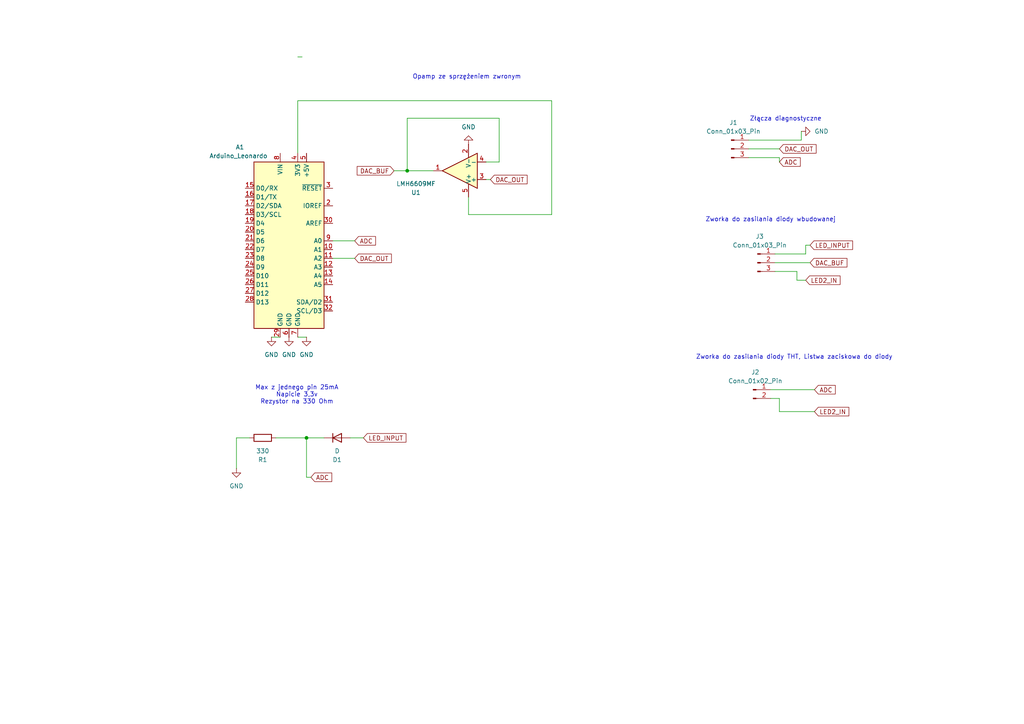
<source format=kicad_sch>
(kicad_sch
	(version 20231120)
	(generator "eeschema")
	(generator_version "8.0")
	(uuid "b1606717-19ae-4510-ae31-b246e5a4d352")
	(paper "A4")
	(lib_symbols
		(symbol "Amplifier_Operational:LMH6609MF"
			(pin_names
				(offset 0.127)
			)
			(exclude_from_sim no)
			(in_bom yes)
			(on_board yes)
			(property "Reference" "U"
				(at -1.27 6.35 0)
				(effects
					(font
						(size 1.27 1.27)
					)
					(justify left)
				)
			)
			(property "Value" "LMH6609MF"
				(at -1.27 3.81 0)
				(effects
					(font
						(size 1.27 1.27)
					)
					(justify left)
				)
			)
			(property "Footprint" "Package_TO_SOT_SMD:SOT-23-5"
				(at -2.54 -5.08 0)
				(effects
					(font
						(size 1.27 1.27)
					)
					(justify left)
					(hide yes)
				)
			)
			(property "Datasheet" "http://www.ti.com/lit/ds/symlink/lmh6609.pdf"
				(at 0 5.08 0)
				(effects
					(font
						(size 1.27 1.27)
					)
					(hide yes)
				)
			)
			(property "Description" "900MHz Voltage Feedback Op Amp, SOT-23-5"
				(at 0 0 0)
				(effects
					(font
						(size 1.27 1.27)
					)
					(hide yes)
				)
			)
			(property "ki_keywords" "opamp single wideband unity-gain stable"
				(at 0 0 0)
				(effects
					(font
						(size 1.27 1.27)
					)
					(hide yes)
				)
			)
			(property "ki_fp_filters" "SOT?23*"
				(at 0 0 0)
				(effects
					(font
						(size 1.27 1.27)
					)
					(hide yes)
				)
			)
			(symbol "LMH6609MF_0_1"
				(polyline
					(pts
						(xy -5.08 5.08) (xy 5.08 0) (xy -5.08 -5.08) (xy -5.08 5.08)
					)
					(stroke
						(width 0.254)
						(type default)
					)
					(fill
						(type background)
					)
				)
				(pin power_in line
					(at -2.54 -7.62 90)
					(length 3.81)
					(name "V-"
						(effects
							(font
								(size 1.27 1.27)
							)
						)
					)
					(number "2"
						(effects
							(font
								(size 1.27 1.27)
							)
						)
					)
				)
				(pin power_in line
					(at -2.54 7.62 270)
					(length 3.81)
					(name "V+"
						(effects
							(font
								(size 1.27 1.27)
							)
						)
					)
					(number "5"
						(effects
							(font
								(size 1.27 1.27)
							)
						)
					)
				)
			)
			(symbol "LMH6609MF_1_1"
				(pin output line
					(at 7.62 0 180)
					(length 2.54)
					(name "~"
						(effects
							(font
								(size 1.27 1.27)
							)
						)
					)
					(number "1"
						(effects
							(font
								(size 1.27 1.27)
							)
						)
					)
				)
				(pin input line
					(at -7.62 2.54 0)
					(length 2.54)
					(name "+"
						(effects
							(font
								(size 1.27 1.27)
							)
						)
					)
					(number "3"
						(effects
							(font
								(size 1.27 1.27)
							)
						)
					)
				)
				(pin input line
					(at -7.62 -2.54 0)
					(length 2.54)
					(name "-"
						(effects
							(font
								(size 1.27 1.27)
							)
						)
					)
					(number "4"
						(effects
							(font
								(size 1.27 1.27)
							)
						)
					)
				)
			)
		)
		(symbol "Connector:Conn_01x02_Pin"
			(pin_names
				(offset 1.016) hide)
			(exclude_from_sim no)
			(in_bom yes)
			(on_board yes)
			(property "Reference" "J"
				(at 0 2.54 0)
				(effects
					(font
						(size 1.27 1.27)
					)
				)
			)
			(property "Value" "Conn_01x02_Pin"
				(at 0 -5.08 0)
				(effects
					(font
						(size 1.27 1.27)
					)
				)
			)
			(property "Footprint" ""
				(at 0 0 0)
				(effects
					(font
						(size 1.27 1.27)
					)
					(hide yes)
				)
			)
			(property "Datasheet" "~"
				(at 0 0 0)
				(effects
					(font
						(size 1.27 1.27)
					)
					(hide yes)
				)
			)
			(property "Description" "Generic connector, single row, 01x02, script generated"
				(at 0 0 0)
				(effects
					(font
						(size 1.27 1.27)
					)
					(hide yes)
				)
			)
			(property "ki_locked" ""
				(at 0 0 0)
				(effects
					(font
						(size 1.27 1.27)
					)
				)
			)
			(property "ki_keywords" "connector"
				(at 0 0 0)
				(effects
					(font
						(size 1.27 1.27)
					)
					(hide yes)
				)
			)
			(property "ki_fp_filters" "Connector*:*_1x??_*"
				(at 0 0 0)
				(effects
					(font
						(size 1.27 1.27)
					)
					(hide yes)
				)
			)
			(symbol "Conn_01x02_Pin_1_1"
				(polyline
					(pts
						(xy 1.27 -2.54) (xy 0.8636 -2.54)
					)
					(stroke
						(width 0.1524)
						(type default)
					)
					(fill
						(type none)
					)
				)
				(polyline
					(pts
						(xy 1.27 0) (xy 0.8636 0)
					)
					(stroke
						(width 0.1524)
						(type default)
					)
					(fill
						(type none)
					)
				)
				(rectangle
					(start 0.8636 -2.413)
					(end 0 -2.667)
					(stroke
						(width 0.1524)
						(type default)
					)
					(fill
						(type outline)
					)
				)
				(rectangle
					(start 0.8636 0.127)
					(end 0 -0.127)
					(stroke
						(width 0.1524)
						(type default)
					)
					(fill
						(type outline)
					)
				)
				(pin passive line
					(at 5.08 0 180)
					(length 3.81)
					(name "Pin_1"
						(effects
							(font
								(size 1.27 1.27)
							)
						)
					)
					(number "1"
						(effects
							(font
								(size 1.27 1.27)
							)
						)
					)
				)
				(pin passive line
					(at 5.08 -2.54 180)
					(length 3.81)
					(name "Pin_2"
						(effects
							(font
								(size 1.27 1.27)
							)
						)
					)
					(number "2"
						(effects
							(font
								(size 1.27 1.27)
							)
						)
					)
				)
			)
		)
		(symbol "Connector:Conn_01x03_Pin"
			(pin_names
				(offset 1.016) hide)
			(exclude_from_sim no)
			(in_bom yes)
			(on_board yes)
			(property "Reference" "J"
				(at 0 5.08 0)
				(effects
					(font
						(size 1.27 1.27)
					)
				)
			)
			(property "Value" "Conn_01x03_Pin"
				(at 0 -5.08 0)
				(effects
					(font
						(size 1.27 1.27)
					)
				)
			)
			(property "Footprint" ""
				(at 0 0 0)
				(effects
					(font
						(size 1.27 1.27)
					)
					(hide yes)
				)
			)
			(property "Datasheet" "~"
				(at 0 0 0)
				(effects
					(font
						(size 1.27 1.27)
					)
					(hide yes)
				)
			)
			(property "Description" "Generic connector, single row, 01x03, script generated"
				(at 0 0 0)
				(effects
					(font
						(size 1.27 1.27)
					)
					(hide yes)
				)
			)
			(property "ki_locked" ""
				(at 0 0 0)
				(effects
					(font
						(size 1.27 1.27)
					)
				)
			)
			(property "ki_keywords" "connector"
				(at 0 0 0)
				(effects
					(font
						(size 1.27 1.27)
					)
					(hide yes)
				)
			)
			(property "ki_fp_filters" "Connector*:*_1x??_*"
				(at 0 0 0)
				(effects
					(font
						(size 1.27 1.27)
					)
					(hide yes)
				)
			)
			(symbol "Conn_01x03_Pin_1_1"
				(polyline
					(pts
						(xy 1.27 -2.54) (xy 0.8636 -2.54)
					)
					(stroke
						(width 0.1524)
						(type default)
					)
					(fill
						(type none)
					)
				)
				(polyline
					(pts
						(xy 1.27 0) (xy 0.8636 0)
					)
					(stroke
						(width 0.1524)
						(type default)
					)
					(fill
						(type none)
					)
				)
				(polyline
					(pts
						(xy 1.27 2.54) (xy 0.8636 2.54)
					)
					(stroke
						(width 0.1524)
						(type default)
					)
					(fill
						(type none)
					)
				)
				(rectangle
					(start 0.8636 -2.413)
					(end 0 -2.667)
					(stroke
						(width 0.1524)
						(type default)
					)
					(fill
						(type outline)
					)
				)
				(rectangle
					(start 0.8636 0.127)
					(end 0 -0.127)
					(stroke
						(width 0.1524)
						(type default)
					)
					(fill
						(type outline)
					)
				)
				(rectangle
					(start 0.8636 2.667)
					(end 0 2.413)
					(stroke
						(width 0.1524)
						(type default)
					)
					(fill
						(type outline)
					)
				)
				(pin passive line
					(at 5.08 2.54 180)
					(length 3.81)
					(name "Pin_1"
						(effects
							(font
								(size 1.27 1.27)
							)
						)
					)
					(number "1"
						(effects
							(font
								(size 1.27 1.27)
							)
						)
					)
				)
				(pin passive line
					(at 5.08 0 180)
					(length 3.81)
					(name "Pin_2"
						(effects
							(font
								(size 1.27 1.27)
							)
						)
					)
					(number "2"
						(effects
							(font
								(size 1.27 1.27)
							)
						)
					)
				)
				(pin passive line
					(at 5.08 -2.54 180)
					(length 3.81)
					(name "Pin_3"
						(effects
							(font
								(size 1.27 1.27)
							)
						)
					)
					(number "3"
						(effects
							(font
								(size 1.27 1.27)
							)
						)
					)
				)
			)
		)
		(symbol "Device:D"
			(pin_numbers hide)
			(pin_names
				(offset 1.016) hide)
			(exclude_from_sim no)
			(in_bom yes)
			(on_board yes)
			(property "Reference" "D"
				(at 0 2.54 0)
				(effects
					(font
						(size 1.27 1.27)
					)
				)
			)
			(property "Value" "D"
				(at 0 -2.54 0)
				(effects
					(font
						(size 1.27 1.27)
					)
				)
			)
			(property "Footprint" ""
				(at 0 0 0)
				(effects
					(font
						(size 1.27 1.27)
					)
					(hide yes)
				)
			)
			(property "Datasheet" "~"
				(at 0 0 0)
				(effects
					(font
						(size 1.27 1.27)
					)
					(hide yes)
				)
			)
			(property "Description" "Diode"
				(at 0 0 0)
				(effects
					(font
						(size 1.27 1.27)
					)
					(hide yes)
				)
			)
			(property "Sim.Device" "D"
				(at 0 0 0)
				(effects
					(font
						(size 1.27 1.27)
					)
					(hide yes)
				)
			)
			(property "Sim.Pins" "1=K 2=A"
				(at 0 0 0)
				(effects
					(font
						(size 1.27 1.27)
					)
					(hide yes)
				)
			)
			(property "ki_keywords" "diode"
				(at 0 0 0)
				(effects
					(font
						(size 1.27 1.27)
					)
					(hide yes)
				)
			)
			(property "ki_fp_filters" "TO-???* *_Diode_* *SingleDiode* D_*"
				(at 0 0 0)
				(effects
					(font
						(size 1.27 1.27)
					)
					(hide yes)
				)
			)
			(symbol "D_0_1"
				(polyline
					(pts
						(xy -1.27 1.27) (xy -1.27 -1.27)
					)
					(stroke
						(width 0.254)
						(type default)
					)
					(fill
						(type none)
					)
				)
				(polyline
					(pts
						(xy 1.27 0) (xy -1.27 0)
					)
					(stroke
						(width 0)
						(type default)
					)
					(fill
						(type none)
					)
				)
				(polyline
					(pts
						(xy 1.27 1.27) (xy 1.27 -1.27) (xy -1.27 0) (xy 1.27 1.27)
					)
					(stroke
						(width 0.254)
						(type default)
					)
					(fill
						(type none)
					)
				)
			)
			(symbol "D_1_1"
				(pin passive line
					(at -3.81 0 0)
					(length 2.54)
					(name "K"
						(effects
							(font
								(size 1.27 1.27)
							)
						)
					)
					(number "1"
						(effects
							(font
								(size 1.27 1.27)
							)
						)
					)
				)
				(pin passive line
					(at 3.81 0 180)
					(length 2.54)
					(name "A"
						(effects
							(font
								(size 1.27 1.27)
							)
						)
					)
					(number "2"
						(effects
							(font
								(size 1.27 1.27)
							)
						)
					)
				)
			)
		)
		(symbol "Device:R"
			(pin_numbers hide)
			(pin_names
				(offset 0)
			)
			(exclude_from_sim no)
			(in_bom yes)
			(on_board yes)
			(property "Reference" "R"
				(at 2.032 0 90)
				(effects
					(font
						(size 1.27 1.27)
					)
				)
			)
			(property "Value" "R"
				(at 0 0 90)
				(effects
					(font
						(size 1.27 1.27)
					)
				)
			)
			(property "Footprint" ""
				(at -1.778 0 90)
				(effects
					(font
						(size 1.27 1.27)
					)
					(hide yes)
				)
			)
			(property "Datasheet" "~"
				(at 0 0 0)
				(effects
					(font
						(size 1.27 1.27)
					)
					(hide yes)
				)
			)
			(property "Description" "Resistor"
				(at 0 0 0)
				(effects
					(font
						(size 1.27 1.27)
					)
					(hide yes)
				)
			)
			(property "ki_keywords" "R res resistor"
				(at 0 0 0)
				(effects
					(font
						(size 1.27 1.27)
					)
					(hide yes)
				)
			)
			(property "ki_fp_filters" "R_*"
				(at 0 0 0)
				(effects
					(font
						(size 1.27 1.27)
					)
					(hide yes)
				)
			)
			(symbol "R_0_1"
				(rectangle
					(start -1.016 -2.54)
					(end 1.016 2.54)
					(stroke
						(width 0.254)
						(type default)
					)
					(fill
						(type none)
					)
				)
			)
			(symbol "R_1_1"
				(pin passive line
					(at 0 3.81 270)
					(length 1.27)
					(name "~"
						(effects
							(font
								(size 1.27 1.27)
							)
						)
					)
					(number "1"
						(effects
							(font
								(size 1.27 1.27)
							)
						)
					)
				)
				(pin passive line
					(at 0 -3.81 90)
					(length 1.27)
					(name "~"
						(effects
							(font
								(size 1.27 1.27)
							)
						)
					)
					(number "2"
						(effects
							(font
								(size 1.27 1.27)
							)
						)
					)
				)
			)
		)
		(symbol "MCU_Module:Arduino_Leonardo"
			(exclude_from_sim no)
			(in_bom yes)
			(on_board yes)
			(property "Reference" "A"
				(at -10.16 23.495 0)
				(effects
					(font
						(size 1.27 1.27)
					)
					(justify left bottom)
				)
			)
			(property "Value" "Arduino_Leonardo"
				(at 5.08 -26.67 0)
				(effects
					(font
						(size 1.27 1.27)
					)
					(justify left top)
				)
			)
			(property "Footprint" "Module:Arduino_UNO_R3"
				(at 0 0 0)
				(effects
					(font
						(size 1.27 1.27)
						(italic yes)
					)
					(hide yes)
				)
			)
			(property "Datasheet" "https://www.arduino.cc/en/Main/ArduinoBoardLeonardo"
				(at 0 0 0)
				(effects
					(font
						(size 1.27 1.27)
					)
					(hide yes)
				)
			)
			(property "Description" "Arduino LEONARDO Microcontroller Module"
				(at 0 0 0)
				(effects
					(font
						(size 1.27 1.27)
					)
					(hide yes)
				)
			)
			(property "ki_keywords" "Arduino LEONARDO Microcontroller Module Atmel AVR USB"
				(at 0 0 0)
				(effects
					(font
						(size 1.27 1.27)
					)
					(hide yes)
				)
			)
			(property "ki_fp_filters" "Arduino*UNO*R3*"
				(at 0 0 0)
				(effects
					(font
						(size 1.27 1.27)
					)
					(hide yes)
				)
			)
			(symbol "Arduino_Leonardo_0_1"
				(rectangle
					(start -10.16 22.86)
					(end 10.16 -25.4)
					(stroke
						(width 0.254)
						(type default)
					)
					(fill
						(type background)
					)
				)
			)
			(symbol "Arduino_Leonardo_1_1"
				(pin no_connect line
					(at -10.16 -20.32 0)
					(length 2.54) hide
					(name "NC"
						(effects
							(font
								(size 1.27 1.27)
							)
						)
					)
					(number "1"
						(effects
							(font
								(size 1.27 1.27)
							)
						)
					)
				)
				(pin bidirectional line
					(at 12.7 -2.54 180)
					(length 2.54)
					(name "A1"
						(effects
							(font
								(size 1.27 1.27)
							)
						)
					)
					(number "10"
						(effects
							(font
								(size 1.27 1.27)
							)
						)
					)
				)
				(pin bidirectional line
					(at 12.7 -5.08 180)
					(length 2.54)
					(name "A2"
						(effects
							(font
								(size 1.27 1.27)
							)
						)
					)
					(number "11"
						(effects
							(font
								(size 1.27 1.27)
							)
						)
					)
				)
				(pin bidirectional line
					(at 12.7 -7.62 180)
					(length 2.54)
					(name "A3"
						(effects
							(font
								(size 1.27 1.27)
							)
						)
					)
					(number "12"
						(effects
							(font
								(size 1.27 1.27)
							)
						)
					)
				)
				(pin bidirectional line
					(at 12.7 -10.16 180)
					(length 2.54)
					(name "A4"
						(effects
							(font
								(size 1.27 1.27)
							)
						)
					)
					(number "13"
						(effects
							(font
								(size 1.27 1.27)
							)
						)
					)
				)
				(pin bidirectional line
					(at 12.7 -12.7 180)
					(length 2.54)
					(name "A5"
						(effects
							(font
								(size 1.27 1.27)
							)
						)
					)
					(number "14"
						(effects
							(font
								(size 1.27 1.27)
							)
						)
					)
				)
				(pin bidirectional line
					(at -12.7 15.24 0)
					(length 2.54)
					(name "D0/RX"
						(effects
							(font
								(size 1.27 1.27)
							)
						)
					)
					(number "15"
						(effects
							(font
								(size 1.27 1.27)
							)
						)
					)
				)
				(pin bidirectional line
					(at -12.7 12.7 0)
					(length 2.54)
					(name "D1/TX"
						(effects
							(font
								(size 1.27 1.27)
							)
						)
					)
					(number "16"
						(effects
							(font
								(size 1.27 1.27)
							)
						)
					)
				)
				(pin bidirectional line
					(at -12.7 10.16 0)
					(length 2.54)
					(name "D2/SDA"
						(effects
							(font
								(size 1.27 1.27)
							)
						)
					)
					(number "17"
						(effects
							(font
								(size 1.27 1.27)
							)
						)
					)
				)
				(pin bidirectional line
					(at -12.7 7.62 0)
					(length 2.54)
					(name "D3/SCL"
						(effects
							(font
								(size 1.27 1.27)
							)
						)
					)
					(number "18"
						(effects
							(font
								(size 1.27 1.27)
							)
						)
					)
				)
				(pin bidirectional line
					(at -12.7 5.08 0)
					(length 2.54)
					(name "D4"
						(effects
							(font
								(size 1.27 1.27)
							)
						)
					)
					(number "19"
						(effects
							(font
								(size 1.27 1.27)
							)
						)
					)
				)
				(pin output line
					(at 12.7 10.16 180)
					(length 2.54)
					(name "IOREF"
						(effects
							(font
								(size 1.27 1.27)
							)
						)
					)
					(number "2"
						(effects
							(font
								(size 1.27 1.27)
							)
						)
					)
				)
				(pin bidirectional line
					(at -12.7 2.54 0)
					(length 2.54)
					(name "D5"
						(effects
							(font
								(size 1.27 1.27)
							)
						)
					)
					(number "20"
						(effects
							(font
								(size 1.27 1.27)
							)
						)
					)
				)
				(pin bidirectional line
					(at -12.7 0 0)
					(length 2.54)
					(name "D6"
						(effects
							(font
								(size 1.27 1.27)
							)
						)
					)
					(number "21"
						(effects
							(font
								(size 1.27 1.27)
							)
						)
					)
				)
				(pin bidirectional line
					(at -12.7 -2.54 0)
					(length 2.54)
					(name "D7"
						(effects
							(font
								(size 1.27 1.27)
							)
						)
					)
					(number "22"
						(effects
							(font
								(size 1.27 1.27)
							)
						)
					)
				)
				(pin bidirectional line
					(at -12.7 -5.08 0)
					(length 2.54)
					(name "D8"
						(effects
							(font
								(size 1.27 1.27)
							)
						)
					)
					(number "23"
						(effects
							(font
								(size 1.27 1.27)
							)
						)
					)
				)
				(pin bidirectional line
					(at -12.7 -7.62 0)
					(length 2.54)
					(name "D9"
						(effects
							(font
								(size 1.27 1.27)
							)
						)
					)
					(number "24"
						(effects
							(font
								(size 1.27 1.27)
							)
						)
					)
				)
				(pin bidirectional line
					(at -12.7 -10.16 0)
					(length 2.54)
					(name "D10"
						(effects
							(font
								(size 1.27 1.27)
							)
						)
					)
					(number "25"
						(effects
							(font
								(size 1.27 1.27)
							)
						)
					)
				)
				(pin bidirectional line
					(at -12.7 -12.7 0)
					(length 2.54)
					(name "D11"
						(effects
							(font
								(size 1.27 1.27)
							)
						)
					)
					(number "26"
						(effects
							(font
								(size 1.27 1.27)
							)
						)
					)
				)
				(pin bidirectional line
					(at -12.7 -15.24 0)
					(length 2.54)
					(name "D12"
						(effects
							(font
								(size 1.27 1.27)
							)
						)
					)
					(number "27"
						(effects
							(font
								(size 1.27 1.27)
							)
						)
					)
				)
				(pin bidirectional line
					(at -12.7 -17.78 0)
					(length 2.54)
					(name "D13"
						(effects
							(font
								(size 1.27 1.27)
							)
						)
					)
					(number "28"
						(effects
							(font
								(size 1.27 1.27)
							)
						)
					)
				)
				(pin power_in line
					(at -2.54 -27.94 90)
					(length 2.54)
					(name "GND"
						(effects
							(font
								(size 1.27 1.27)
							)
						)
					)
					(number "29"
						(effects
							(font
								(size 1.27 1.27)
							)
						)
					)
				)
				(pin input line
					(at 12.7 15.24 180)
					(length 2.54)
					(name "~{RESET}"
						(effects
							(font
								(size 1.27 1.27)
							)
						)
					)
					(number "3"
						(effects
							(font
								(size 1.27 1.27)
							)
						)
					)
				)
				(pin input line
					(at 12.7 5.08 180)
					(length 2.54)
					(name "AREF"
						(effects
							(font
								(size 1.27 1.27)
							)
						)
					)
					(number "30"
						(effects
							(font
								(size 1.27 1.27)
							)
						)
					)
				)
				(pin bidirectional line
					(at 12.7 -17.78 180)
					(length 2.54)
					(name "SDA/D2"
						(effects
							(font
								(size 1.27 1.27)
							)
						)
					)
					(number "31"
						(effects
							(font
								(size 1.27 1.27)
							)
						)
					)
				)
				(pin bidirectional line
					(at 12.7 -20.32 180)
					(length 2.54)
					(name "SCL/D3"
						(effects
							(font
								(size 1.27 1.27)
							)
						)
					)
					(number "32"
						(effects
							(font
								(size 1.27 1.27)
							)
						)
					)
				)
				(pin power_out line
					(at 2.54 25.4 270)
					(length 2.54)
					(name "3V3"
						(effects
							(font
								(size 1.27 1.27)
							)
						)
					)
					(number "4"
						(effects
							(font
								(size 1.27 1.27)
							)
						)
					)
				)
				(pin power_out line
					(at 5.08 25.4 270)
					(length 2.54)
					(name "+5V"
						(effects
							(font
								(size 1.27 1.27)
							)
						)
					)
					(number "5"
						(effects
							(font
								(size 1.27 1.27)
							)
						)
					)
				)
				(pin power_in line
					(at 0 -27.94 90)
					(length 2.54)
					(name "GND"
						(effects
							(font
								(size 1.27 1.27)
							)
						)
					)
					(number "6"
						(effects
							(font
								(size 1.27 1.27)
							)
						)
					)
				)
				(pin power_in line
					(at 2.54 -27.94 90)
					(length 2.54)
					(name "GND"
						(effects
							(font
								(size 1.27 1.27)
							)
						)
					)
					(number "7"
						(effects
							(font
								(size 1.27 1.27)
							)
						)
					)
				)
				(pin power_in line
					(at -2.54 25.4 270)
					(length 2.54)
					(name "VIN"
						(effects
							(font
								(size 1.27 1.27)
							)
						)
					)
					(number "8"
						(effects
							(font
								(size 1.27 1.27)
							)
						)
					)
				)
				(pin bidirectional line
					(at 12.7 0 180)
					(length 2.54)
					(name "A0"
						(effects
							(font
								(size 1.27 1.27)
							)
						)
					)
					(number "9"
						(effects
							(font
								(size 1.27 1.27)
							)
						)
					)
				)
			)
		)
		(symbol "power:GND"
			(power)
			(pin_numbers hide)
			(pin_names
				(offset 0) hide)
			(exclude_from_sim no)
			(in_bom yes)
			(on_board yes)
			(property "Reference" "#PWR"
				(at 0 -6.35 0)
				(effects
					(font
						(size 1.27 1.27)
					)
					(hide yes)
				)
			)
			(property "Value" "GND"
				(at 0 -3.81 0)
				(effects
					(font
						(size 1.27 1.27)
					)
				)
			)
			(property "Footprint" ""
				(at 0 0 0)
				(effects
					(font
						(size 1.27 1.27)
					)
					(hide yes)
				)
			)
			(property "Datasheet" ""
				(at 0 0 0)
				(effects
					(font
						(size 1.27 1.27)
					)
					(hide yes)
				)
			)
			(property "Description" "Power symbol creates a global label with name \"GND\" , ground"
				(at 0 0 0)
				(effects
					(font
						(size 1.27 1.27)
					)
					(hide yes)
				)
			)
			(property "ki_keywords" "global power"
				(at 0 0 0)
				(effects
					(font
						(size 1.27 1.27)
					)
					(hide yes)
				)
			)
			(symbol "GND_0_1"
				(polyline
					(pts
						(xy 0 0) (xy 0 -1.27) (xy 1.27 -1.27) (xy 0 -2.54) (xy -1.27 -1.27) (xy 0 -1.27)
					)
					(stroke
						(width 0)
						(type default)
					)
					(fill
						(type none)
					)
				)
			)
			(symbol "GND_1_1"
				(pin power_in line
					(at 0 0 270)
					(length 0)
					(name "~"
						(effects
							(font
								(size 1.27 1.27)
							)
						)
					)
					(number "1"
						(effects
							(font
								(size 1.27 1.27)
							)
						)
					)
				)
			)
		)
	)
	(junction
		(at 118.11 49.53)
		(diameter 0)
		(color 0 0 0 0)
		(uuid "1703fcf0-74f7-4e27-8135-13d0ae8e2214")
	)
	(junction
		(at 88.9 127)
		(diameter 0)
		(color 0 0 0 0)
		(uuid "adc33c2a-4e4d-4eb0-aa88-852a43b437d5")
	)
	(wire
		(pts
			(xy 88.9 127) (xy 80.01 127)
		)
		(stroke
			(width 0)
			(type default)
		)
		(uuid "03c86beb-1aee-485c-835a-a9dccc3a81e5")
	)
	(wire
		(pts
			(xy 118.11 49.53) (xy 125.73 49.53)
		)
		(stroke
			(width 0)
			(type default)
		)
		(uuid "03e6375f-646e-49a1-b9cf-b38a604f275f")
	)
	(wire
		(pts
			(xy 144.78 46.99) (xy 144.78 34.29)
		)
		(stroke
			(width 0)
			(type default)
		)
		(uuid "06c26420-dde8-429e-b7a6-1f6e45115bc1")
	)
	(wire
		(pts
			(xy 90.17 138.43) (xy 88.9 138.43)
		)
		(stroke
			(width 0)
			(type default)
		)
		(uuid "184d83ac-b607-4e2f-955e-36f591aa21b8")
	)
	(wire
		(pts
			(xy 96.52 74.93) (xy 102.87 74.93)
		)
		(stroke
			(width 0)
			(type default)
		)
		(uuid "191a2361-be2c-4bbf-879f-b44c75084a3d")
	)
	(wire
		(pts
			(xy 86.36 29.21) (xy 160.02 29.21)
		)
		(stroke
			(width 0)
			(type default)
		)
		(uuid "1c66e06a-ea99-41ae-b040-a021a78544a4")
	)
	(wire
		(pts
			(xy 135.89 62.23) (xy 160.02 62.23)
		)
		(stroke
			(width 0)
			(type default)
		)
		(uuid "2fb8954d-ab66-4704-8123-55fbbb4d4db7")
	)
	(wire
		(pts
			(xy 87.63 16.51) (xy 86.36 16.51)
		)
		(stroke
			(width 0)
			(type default)
		)
		(uuid "3995f834-a416-4e91-9a08-4603b7d65fee")
	)
	(wire
		(pts
			(xy 68.58 127) (xy 68.58 135.89)
		)
		(stroke
			(width 0)
			(type default)
		)
		(uuid "3a004881-ef78-44da-be6c-d5aa6b3b9d81")
	)
	(wire
		(pts
			(xy 105.41 127) (xy 101.6 127)
		)
		(stroke
			(width 0)
			(type default)
		)
		(uuid "411a587e-02d3-4bd8-812f-6d985b87e544")
	)
	(wire
		(pts
			(xy 233.68 71.12) (xy 233.68 73.66)
		)
		(stroke
			(width 0)
			(type default)
		)
		(uuid "4b36770e-ef94-49b1-9850-0c11c673cdd3")
	)
	(wire
		(pts
			(xy 236.22 119.38) (xy 226.06 119.38)
		)
		(stroke
			(width 0)
			(type default)
		)
		(uuid "532de1f8-c21e-424c-ba2f-6c79a3053330")
	)
	(wire
		(pts
			(xy 135.89 57.15) (xy 135.89 62.23)
		)
		(stroke
			(width 0)
			(type default)
		)
		(uuid "6456fa58-2fd5-49fa-8370-da13140b214f")
	)
	(wire
		(pts
			(xy 217.17 43.18) (xy 226.06 43.18)
		)
		(stroke
			(width 0)
			(type default)
		)
		(uuid "67a51ad7-9569-4d39-8de8-ce2655fabdaf")
	)
	(wire
		(pts
			(xy 224.79 78.74) (xy 231.14 78.74)
		)
		(stroke
			(width 0)
			(type default)
		)
		(uuid "7adeec46-da92-4a95-a629-5d6b69fe1e3a")
	)
	(wire
		(pts
			(xy 68.58 127) (xy 72.39 127)
		)
		(stroke
			(width 0)
			(type default)
		)
		(uuid "7c57e1df-16f0-47f1-8b25-7246e67d89ae")
	)
	(wire
		(pts
			(xy 86.36 44.45) (xy 86.36 29.21)
		)
		(stroke
			(width 0)
			(type default)
		)
		(uuid "916035be-d342-462a-84c3-657adaa65147")
	)
	(wire
		(pts
			(xy 231.14 81.28) (xy 233.68 81.28)
		)
		(stroke
			(width 0)
			(type default)
		)
		(uuid "96e9cd3b-397b-486d-8e65-66ad5dc6217d")
	)
	(wire
		(pts
			(xy 223.52 113.03) (xy 236.22 113.03)
		)
		(stroke
			(width 0)
			(type default)
		)
		(uuid "974179b5-86e8-4780-beb9-796d819fd3f6")
	)
	(wire
		(pts
			(xy 217.17 45.72) (xy 226.06 45.72)
		)
		(stroke
			(width 0)
			(type default)
		)
		(uuid "98c1be12-4d56-4d08-a981-263daa706050")
	)
	(wire
		(pts
			(xy 140.97 46.99) (xy 144.78 46.99)
		)
		(stroke
			(width 0)
			(type default)
		)
		(uuid "9ea44bf2-a2bb-4234-809c-6f68106f0177")
	)
	(wire
		(pts
			(xy 144.78 34.29) (xy 118.11 34.29)
		)
		(stroke
			(width 0)
			(type default)
		)
		(uuid "9eeab15a-3c63-4fc4-87fa-a4b125a8fa1e")
	)
	(wire
		(pts
			(xy 78.74 97.79) (xy 81.28 97.79)
		)
		(stroke
			(width 0)
			(type default)
		)
		(uuid "a0915d0e-8fc9-4f83-831e-6af67e2c68f1")
	)
	(wire
		(pts
			(xy 142.24 52.07) (xy 140.97 52.07)
		)
		(stroke
			(width 0)
			(type default)
		)
		(uuid "ac493ad9-853a-4b75-89ce-a216ea8e67af")
	)
	(wire
		(pts
			(xy 93.98 127) (xy 88.9 127)
		)
		(stroke
			(width 0)
			(type default)
		)
		(uuid "b60565b0-5b70-456c-be65-2552cdd20bca")
	)
	(wire
		(pts
			(xy 226.06 119.38) (xy 226.06 115.57)
		)
		(stroke
			(width 0)
			(type default)
		)
		(uuid "b797e722-578f-447e-93ca-277312346b80")
	)
	(wire
		(pts
			(xy 118.11 34.29) (xy 118.11 49.53)
		)
		(stroke
			(width 0)
			(type default)
		)
		(uuid "b8c4f5c3-a965-479a-b7bf-e3f9a81b6a58")
	)
	(wire
		(pts
			(xy 88.9 97.79) (xy 86.36 97.79)
		)
		(stroke
			(width 0)
			(type default)
		)
		(uuid "b9d121a1-e3c9-4338-86b6-a0c879927321")
	)
	(wire
		(pts
			(xy 160.02 29.21) (xy 160.02 62.23)
		)
		(stroke
			(width 0)
			(type default)
		)
		(uuid "bdf8a8cb-9f33-4b3e-beaf-848c89045549")
	)
	(wire
		(pts
			(xy 224.79 76.2) (xy 234.95 76.2)
		)
		(stroke
			(width 0)
			(type default)
		)
		(uuid "d4796e92-511b-417d-967d-13a03073deac")
	)
	(wire
		(pts
			(xy 234.95 71.12) (xy 233.68 71.12)
		)
		(stroke
			(width 0)
			(type default)
		)
		(uuid "d57e985e-3265-4bd4-aaf7-4251da341799")
	)
	(wire
		(pts
			(xy 231.14 78.74) (xy 231.14 81.28)
		)
		(stroke
			(width 0)
			(type default)
		)
		(uuid "d7ef5911-8803-4938-b81d-1058d88217ac")
	)
	(wire
		(pts
			(xy 226.06 45.72) (xy 226.06 46.99)
		)
		(stroke
			(width 0)
			(type default)
		)
		(uuid "da9f5001-0798-48ed-a03a-f7d8d648200b")
	)
	(wire
		(pts
			(xy 102.87 69.85) (xy 96.52 69.85)
		)
		(stroke
			(width 0)
			(type default)
		)
		(uuid "dd34797e-ea55-4f68-8e95-f35d8947acb0")
	)
	(wire
		(pts
			(xy 226.06 115.57) (xy 223.52 115.57)
		)
		(stroke
			(width 0)
			(type default)
		)
		(uuid "ddb4db98-27a3-466b-b1a4-bacdfcc1d849")
	)
	(wire
		(pts
			(xy 217.17 40.64) (xy 232.41 40.64)
		)
		(stroke
			(width 0)
			(type default)
		)
		(uuid "de367f9b-98e8-4fb8-b0da-680cd87540a2")
	)
	(wire
		(pts
			(xy 232.41 40.64) (xy 232.41 38.1)
		)
		(stroke
			(width 0)
			(type default)
		)
		(uuid "de5fdde5-e94a-49f8-b855-609ee641d18b")
	)
	(wire
		(pts
			(xy 114.3 49.53) (xy 118.11 49.53)
		)
		(stroke
			(width 0)
			(type default)
		)
		(uuid "dede8163-5b73-43cf-9b5a-601a2e136da9")
	)
	(wire
		(pts
			(xy 88.9 127) (xy 88.9 138.43)
		)
		(stroke
			(width 0)
			(type default)
		)
		(uuid "eb87684c-12ae-4966-a471-2f045fd325da")
	)
	(wire
		(pts
			(xy 233.68 73.66) (xy 224.79 73.66)
		)
		(stroke
			(width 0)
			(type default)
		)
		(uuid "f630b048-acad-4a76-a212-9bb03a2cc544")
	)
	(text "Opamp ze sprzężeniem zwronym \n"
		(exclude_from_sim no)
		(at 135.89 22.352 0)
		(effects
			(font
				(size 1.27 1.27)
			)
		)
		(uuid "1bc48b6a-fe49-4a5e-9266-48dc864cff70")
	)
	(text "Zworka do zasilania diody wbudowanej"
		(exclude_from_sim no)
		(at 223.52 63.754 0)
		(effects
			(font
				(size 1.27 1.27)
			)
		)
		(uuid "8a03ee7f-26d1-42e0-94b9-46f30e513d7e")
	)
	(text "Max z jednego pin 25mA\nNapicie 3,3v\nRezystor na 330 Ohm\n\n"
		(exclude_from_sim no)
		(at 86.106 115.57 0)
		(effects
			(font
				(size 1.27 1.27)
			)
		)
		(uuid "9791397f-b504-4093-9894-f94bf74eb884")
	)
	(text "Złącza diagnostyczne  "
		(exclude_from_sim no)
		(at 228.854 34.544 0)
		(effects
			(font
				(size 1.27 1.27)
			)
		)
		(uuid "b3b227d3-ec3f-4a54-9bcd-8bb1ec8bbbc0")
	)
	(text "Zworka do zasilania diody THT, Listwa zaciskowa do diody"
		(exclude_from_sim no)
		(at 230.378 103.632 0)
		(effects
			(font
				(size 1.27 1.27)
			)
		)
		(uuid "b7521ea6-da45-4be5-a767-df94b8282341")
	)
	(global_label "DAC_OUT"
		(shape input)
		(at 142.24 52.07 0)
		(fields_autoplaced yes)
		(effects
			(font
				(size 1.27 1.27)
			)
			(justify left)
		)
		(uuid "0aa42beb-9b15-4105-80aa-2a7d9c28e2e0")
		(property "Intersheetrefs" "${INTERSHEET_REFS}"
			(at 153.45 52.07 0)
			(effects
				(font
					(size 1.27 1.27)
				)
				(justify left)
				(hide yes)
			)
		)
	)
	(global_label "LED_INPUT"
		(shape input)
		(at 105.41 127 0)
		(fields_autoplaced yes)
		(effects
			(font
				(size 1.27 1.27)
			)
			(justify left)
		)
		(uuid "662f4764-0fbb-4391-927e-a2eb690656dd")
		(property "Intersheetrefs" "${INTERSHEET_REFS}"
			(at 118.3133 127 0)
			(effects
				(font
					(size 1.27 1.27)
				)
				(justify left)
				(hide yes)
			)
		)
	)
	(global_label "DAC_BUF"
		(shape input)
		(at 234.95 76.2 0)
		(fields_autoplaced yes)
		(effects
			(font
				(size 1.27 1.27)
			)
			(justify left)
		)
		(uuid "6dd25b9b-96c9-4843-aa40-d71bbd9cc3d9")
		(property "Intersheetrefs" "${INTERSHEET_REFS}"
			(at 246.2205 76.2 0)
			(effects
				(font
					(size 1.27 1.27)
				)
				(justify left)
				(hide yes)
			)
		)
	)
	(global_label "DAC_OUT"
		(shape input)
		(at 226.06 43.18 0)
		(fields_autoplaced yes)
		(effects
			(font
				(size 1.27 1.27)
			)
			(justify left)
		)
		(uuid "7af87973-0f33-44b8-aa56-60857019f880")
		(property "Intersheetrefs" "${INTERSHEET_REFS}"
			(at 237.27 43.18 0)
			(effects
				(font
					(size 1.27 1.27)
				)
				(justify left)
				(hide yes)
			)
		)
	)
	(global_label "ADC"
		(shape input)
		(at 226.06 46.99 0)
		(fields_autoplaced yes)
		(effects
			(font
				(size 1.27 1.27)
			)
			(justify left)
		)
		(uuid "830c1d90-b2c3-41f4-becd-5c27467253a8")
		(property "Intersheetrefs" "${INTERSHEET_REFS}"
			(at 232.6738 46.99 0)
			(effects
				(font
					(size 1.27 1.27)
				)
				(justify left)
				(hide yes)
			)
		)
	)
	(global_label "ADC"
		(shape input)
		(at 90.17 138.43 0)
		(fields_autoplaced yes)
		(effects
			(font
				(size 1.27 1.27)
			)
			(justify left)
		)
		(uuid "992148bf-52cd-462b-bf77-2e60b35845ae")
		(property "Intersheetrefs" "${INTERSHEET_REFS}"
			(at 96.7838 138.43 0)
			(effects
				(font
					(size 1.27 1.27)
				)
				(justify left)
				(hide yes)
			)
		)
	)
	(global_label "LED2_IN"
		(shape input)
		(at 236.22 119.38 0)
		(fields_autoplaced yes)
		(effects
			(font
				(size 1.27 1.27)
			)
			(justify left)
		)
		(uuid "a6159fd6-5c56-49ba-b7ff-10a53d126469")
		(property "Intersheetrefs" "${INTERSHEET_REFS}"
			(at 246.7647 119.38 0)
			(effects
				(font
					(size 1.27 1.27)
				)
				(justify left)
				(hide yes)
			)
		)
	)
	(global_label "DAC_OUT"
		(shape input)
		(at 102.87 74.93 0)
		(fields_autoplaced yes)
		(effects
			(font
				(size 1.27 1.27)
			)
			(justify left)
		)
		(uuid "b8c1ef33-c2c7-4dac-973e-3eaa2bf951e7")
		(property "Intersheetrefs" "${INTERSHEET_REFS}"
			(at 114.08 74.93 0)
			(effects
				(font
					(size 1.27 1.27)
				)
				(justify left)
				(hide yes)
			)
		)
	)
	(global_label "LED_INPUT"
		(shape input)
		(at 234.95 71.12 0)
		(fields_autoplaced yes)
		(effects
			(font
				(size 1.27 1.27)
			)
			(justify left)
		)
		(uuid "c8553a2b-227a-4551-8489-7b90ce44d134")
		(property "Intersheetrefs" "${INTERSHEET_REFS}"
			(at 247.8533 71.12 0)
			(effects
				(font
					(size 1.27 1.27)
				)
				(justify left)
				(hide yes)
			)
		)
	)
	(global_label "DAC_BUF"
		(shape input)
		(at 114.3 49.53 180)
		(fields_autoplaced yes)
		(effects
			(font
				(size 1.27 1.27)
			)
			(justify right)
		)
		(uuid "c955d3af-74c8-44be-a5b4-f85536776566")
		(property "Intersheetrefs" "${INTERSHEET_REFS}"
			(at 103.0295 49.53 0)
			(effects
				(font
					(size 1.27 1.27)
				)
				(justify right)
				(hide yes)
			)
		)
	)
	(global_label "LED2_IN"
		(shape input)
		(at 233.68 81.28 0)
		(fields_autoplaced yes)
		(effects
			(font
				(size 1.27 1.27)
			)
			(justify left)
		)
		(uuid "e1f2b268-59dd-4799-81f1-cd3096c53a00")
		(property "Intersheetrefs" "${INTERSHEET_REFS}"
			(at 244.2247 81.28 0)
			(effects
				(font
					(size 1.27 1.27)
				)
				(justify left)
				(hide yes)
			)
		)
	)
	(global_label "ADC"
		(shape input)
		(at 236.22 113.03 0)
		(fields_autoplaced yes)
		(effects
			(font
				(size 1.27 1.27)
			)
			(justify left)
		)
		(uuid "efbdef16-544a-4ab3-ac40-3638a3b677fb")
		(property "Intersheetrefs" "${INTERSHEET_REFS}"
			(at 242.8338 113.03 0)
			(effects
				(font
					(size 1.27 1.27)
				)
				(justify left)
				(hide yes)
			)
		)
	)
	(global_label "ADC"
		(shape input)
		(at 102.87 69.85 0)
		(fields_autoplaced yes)
		(effects
			(font
				(size 1.27 1.27)
			)
			(justify left)
		)
		(uuid "fad97d5b-9556-416d-82d3-c71630cddacc")
		(property "Intersheetrefs" "${INTERSHEET_REFS}"
			(at 109.4838 69.85 0)
			(effects
				(font
					(size 1.27 1.27)
				)
				(justify left)
				(hide yes)
			)
		)
	)
	(symbol
		(lib_id "Connector:Conn_01x03_Pin")
		(at 212.09 43.18 0)
		(unit 1)
		(exclude_from_sim no)
		(in_bom yes)
		(on_board yes)
		(dnp no)
		(fields_autoplaced yes)
		(uuid "0a16a6ca-faeb-438a-8155-5e844e9ad8ad")
		(property "Reference" "J1"
			(at 212.725 35.56 0)
			(effects
				(font
					(size 1.27 1.27)
				)
			)
		)
		(property "Value" "Conn_01x03_Pin"
			(at 212.725 38.1 0)
			(effects
				(font
					(size 1.27 1.27)
				)
			)
		)
		(property "Footprint" "Connector_PinHeader_2.54mm:PinHeader_1x03_P2.54mm_Vertical"
			(at 212.09 43.18 0)
			(effects
				(font
					(size 1.27 1.27)
				)
				(hide yes)
			)
		)
		(property "Datasheet" "~"
			(at 212.09 43.18 0)
			(effects
				(font
					(size 1.27 1.27)
				)
				(hide yes)
			)
		)
		(property "Description" "Generic connector, single row, 01x03, script generated"
			(at 212.09 43.18 0)
			(effects
				(font
					(size 1.27 1.27)
				)
				(hide yes)
			)
		)
		(pin "3"
			(uuid "6d1fdcb1-45cc-4beb-aca8-9a961f7823e2")
		)
		(pin "1"
			(uuid "9a657af9-f41a-4c67-b8ed-1fbe799fb02d")
		)
		(pin "2"
			(uuid "ab31febf-3979-4f84-aa18-68afa56c7ecf")
		)
		(instances
			(project "nowa_plytka"
				(path "/b1606717-19ae-4510-ae31-b246e5a4d352"
					(reference "J1")
					(unit 1)
				)
			)
		)
	)
	(symbol
		(lib_id "Connector:Conn_01x02_Pin")
		(at 218.44 113.03 0)
		(unit 1)
		(exclude_from_sim no)
		(in_bom yes)
		(on_board yes)
		(dnp no)
		(fields_autoplaced yes)
		(uuid "274fdeff-e18d-44c4-b761-b3c63d357b21")
		(property "Reference" "J2"
			(at 219.075 107.95 0)
			(effects
				(font
					(size 1.27 1.27)
				)
			)
		)
		(property "Value" "Conn_01x02_Pin"
			(at 219.075 110.49 0)
			(effects
				(font
					(size 1.27 1.27)
				)
			)
		)
		(property "Footprint" "Connector_PinHeader_2.54mm:PinHeader_1x02_P2.54mm_Vertical"
			(at 218.44 113.03 0)
			(effects
				(font
					(size 1.27 1.27)
				)
				(hide yes)
			)
		)
		(property "Datasheet" "~"
			(at 218.44 113.03 0)
			(effects
				(font
					(size 1.27 1.27)
				)
				(hide yes)
			)
		)
		(property "Description" "Generic connector, single row, 01x02, script generated"
			(at 218.44 113.03 0)
			(effects
				(font
					(size 1.27 1.27)
				)
				(hide yes)
			)
		)
		(pin "1"
			(uuid "e1418fdb-b6ba-4261-b532-7a19efe99508")
		)
		(pin "2"
			(uuid "5bcdc367-46cf-431d-85f9-29aa5c3979db")
		)
		(instances
			(project "nowa_plytka"
				(path "/b1606717-19ae-4510-ae31-b246e5a4d352"
					(reference "J2")
					(unit 1)
				)
			)
		)
	)
	(symbol
		(lib_id "Amplifier_Operational:LMH6609MF")
		(at 133.35 49.53 180)
		(unit 1)
		(exclude_from_sim no)
		(in_bom yes)
		(on_board yes)
		(dnp no)
		(fields_autoplaced yes)
		(uuid "27b09654-2abc-496e-a812-62d269f556fa")
		(property "Reference" "U1"
			(at 120.65 55.8486 0)
			(effects
				(font
					(size 1.27 1.27)
				)
			)
		)
		(property "Value" "LMH6609MF"
			(at 120.65 53.3086 0)
			(effects
				(font
					(size 1.27 1.27)
				)
			)
		)
		(property "Footprint" "Package_TO_SOT_SMD:SOT-23-5"
			(at 135.89 44.45 0)
			(effects
				(font
					(size 1.27 1.27)
				)
				(justify left)
				(hide yes)
			)
		)
		(property "Datasheet" "http://www.ti.com/lit/ds/symlink/lmh6609.pdf"
			(at 133.35 54.61 0)
			(effects
				(font
					(size 1.27 1.27)
				)
				(hide yes)
			)
		)
		(property "Description" "900MHz Voltage Feedback Op Amp, SOT-23-5"
			(at 133.35 49.53 0)
			(effects
				(font
					(size 1.27 1.27)
				)
				(hide yes)
			)
		)
		(pin "2"
			(uuid "5a4988ff-ddd1-4272-81c3-c085bb4cebb0")
		)
		(pin "4"
			(uuid "2cf7865c-3a0e-4fc5-9025-bbb1cb72c459")
		)
		(pin "1"
			(uuid "b1883114-f8e5-4a1c-87b6-6eff0413d971")
		)
		(pin "5"
			(uuid "98ed1b83-9667-4a90-aa0e-df82a521f500")
		)
		(pin "3"
			(uuid "14902483-c6a1-49ea-90b7-0979278f344d")
		)
		(instances
			(project "nowa_plytka"
				(path "/b1606717-19ae-4510-ae31-b246e5a4d352"
					(reference "U1")
					(unit 1)
				)
			)
		)
	)
	(symbol
		(lib_id "power:GND")
		(at 232.41 38.1 90)
		(unit 1)
		(exclude_from_sim no)
		(in_bom yes)
		(on_board yes)
		(dnp no)
		(fields_autoplaced yes)
		(uuid "29a65ee5-856f-485a-a76a-9202711979bd")
		(property "Reference" "#PWR04"
			(at 238.76 38.1 0)
			(effects
				(font
					(size 1.27 1.27)
				)
				(hide yes)
			)
		)
		(property "Value" "GND"
			(at 236.22 38.0999 90)
			(effects
				(font
					(size 1.27 1.27)
				)
				(justify right)
			)
		)
		(property "Footprint" ""
			(at 232.41 38.1 0)
			(effects
				(font
					(size 1.27 1.27)
				)
				(hide yes)
			)
		)
		(property "Datasheet" ""
			(at 232.41 38.1 0)
			(effects
				(font
					(size 1.27 1.27)
				)
				(hide yes)
			)
		)
		(property "Description" "Power symbol creates a global label with name \"GND\" , ground"
			(at 232.41 38.1 0)
			(effects
				(font
					(size 1.27 1.27)
				)
				(hide yes)
			)
		)
		(pin "1"
			(uuid "98bafce5-82f2-4637-80e1-ae28a8db62dc")
		)
		(instances
			(project "nowa_plytka"
				(path "/b1606717-19ae-4510-ae31-b246e5a4d352"
					(reference "#PWR04")
					(unit 1)
				)
			)
		)
	)
	(symbol
		(lib_id "Connector:Conn_01x03_Pin")
		(at 219.71 76.2 0)
		(unit 1)
		(exclude_from_sim no)
		(in_bom yes)
		(on_board yes)
		(dnp no)
		(fields_autoplaced yes)
		(uuid "2cb3c670-1b18-497e-89a8-91e84739035f")
		(property "Reference" "J3"
			(at 220.345 68.58 0)
			(effects
				(font
					(size 1.27 1.27)
				)
			)
		)
		(property "Value" "Conn_01x03_Pin"
			(at 220.345 71.12 0)
			(effects
				(font
					(size 1.27 1.27)
				)
			)
		)
		(property "Footprint" "Connector_PinHeader_2.54mm:PinHeader_1x03_P2.54mm_Vertical"
			(at 219.71 76.2 0)
			(effects
				(font
					(size 1.27 1.27)
				)
				(hide yes)
			)
		)
		(property "Datasheet" "~"
			(at 219.71 76.2 0)
			(effects
				(font
					(size 1.27 1.27)
				)
				(hide yes)
			)
		)
		(property "Description" "Generic connector, single row, 01x03, script generated"
			(at 219.71 76.2 0)
			(effects
				(font
					(size 1.27 1.27)
				)
				(hide yes)
			)
		)
		(pin "3"
			(uuid "59f44318-4da2-4124-8e32-d806397ecfb6")
		)
		(pin "1"
			(uuid "ee7514fc-ed88-4f44-91ff-f7f2e627f67c")
		)
		(pin "2"
			(uuid "539a8e6c-6c84-47af-9549-5f8b09207c27")
		)
		(instances
			(project "nowa_plytka"
				(path "/b1606717-19ae-4510-ae31-b246e5a4d352"
					(reference "J3")
					(unit 1)
				)
			)
		)
	)
	(symbol
		(lib_id "Device:D")
		(at 97.79 127 0)
		(unit 1)
		(exclude_from_sim no)
		(in_bom yes)
		(on_board yes)
		(dnp no)
		(fields_autoplaced yes)
		(uuid "35c8005d-e295-4fc9-a856-70233982486b")
		(property "Reference" "D1"
			(at 97.79 133.35 0)
			(effects
				(font
					(size 1.27 1.27)
				)
			)
		)
		(property "Value" "D"
			(at 97.79 130.81 0)
			(effects
				(font
					(size 1.27 1.27)
				)
			)
		)
		(property "Footprint" "Diode_SMD:D_1206_3216Metric"
			(at 97.79 127 0)
			(effects
				(font
					(size 1.27 1.27)
				)
				(hide yes)
			)
		)
		(property "Datasheet" "~"
			(at 97.79 127 0)
			(effects
				(font
					(size 1.27 1.27)
				)
				(hide yes)
			)
		)
		(property "Description" "Diode"
			(at 97.79 127 0)
			(effects
				(font
					(size 1.27 1.27)
				)
				(hide yes)
			)
		)
		(property "Sim.Device" "D"
			(at 97.79 127 0)
			(effects
				(font
					(size 1.27 1.27)
				)
				(hide yes)
			)
		)
		(property "Sim.Pins" "1=K 2=A"
			(at 97.79 127 0)
			(effects
				(font
					(size 1.27 1.27)
				)
				(hide yes)
			)
		)
		(pin "2"
			(uuid "878e3c7f-66f1-479d-bce9-2ce9d531ed06")
		)
		(pin "1"
			(uuid "e77daf35-c144-4913-aaf0-0dcf13d4e51c")
		)
		(instances
			(project "nowa_plytka"
				(path "/b1606717-19ae-4510-ae31-b246e5a4d352"
					(reference "D1")
					(unit 1)
				)
			)
		)
	)
	(symbol
		(lib_id "power:GND")
		(at 135.89 41.91 180)
		(unit 1)
		(exclude_from_sim no)
		(in_bom yes)
		(on_board yes)
		(dnp no)
		(fields_autoplaced yes)
		(uuid "7e1efa2d-5521-455e-a06f-64a467fc2761")
		(property "Reference" "#PWR03"
			(at 135.89 35.56 0)
			(effects
				(font
					(size 1.27 1.27)
				)
				(hide yes)
			)
		)
		(property "Value" "GND"
			(at 135.89 36.83 0)
			(effects
				(font
					(size 1.27 1.27)
				)
			)
		)
		(property "Footprint" ""
			(at 135.89 41.91 0)
			(effects
				(font
					(size 1.27 1.27)
				)
				(hide yes)
			)
		)
		(property "Datasheet" ""
			(at 135.89 41.91 0)
			(effects
				(font
					(size 1.27 1.27)
				)
				(hide yes)
			)
		)
		(property "Description" "Power symbol creates a global label with name \"GND\" , ground"
			(at 135.89 41.91 0)
			(effects
				(font
					(size 1.27 1.27)
				)
				(hide yes)
			)
		)
		(pin "1"
			(uuid "fc292f19-b283-45c5-aa05-e858db529d2c")
		)
		(instances
			(project "nowa_plytka"
				(path "/b1606717-19ae-4510-ae31-b246e5a4d352"
					(reference "#PWR03")
					(unit 1)
				)
			)
		)
	)
	(symbol
		(lib_id "Device:R")
		(at 76.2 127 270)
		(unit 1)
		(exclude_from_sim no)
		(in_bom yes)
		(on_board yes)
		(dnp no)
		(fields_autoplaced yes)
		(uuid "9d17a1c6-dd8a-4fe7-be9d-edf09f621608")
		(property "Reference" "R1"
			(at 76.2 133.35 90)
			(effects
				(font
					(size 1.27 1.27)
				)
			)
		)
		(property "Value" "330"
			(at 76.2 130.81 90)
			(effects
				(font
					(size 1.27 1.27)
				)
			)
		)
		(property "Footprint" "Resistor_SMD:R_1206_3216Metric"
			(at 76.2 125.222 90)
			(effects
				(font
					(size 1.27 1.27)
				)
				(hide yes)
			)
		)
		(property "Datasheet" "~"
			(at 76.2 127 0)
			(effects
				(font
					(size 1.27 1.27)
				)
				(hide yes)
			)
		)
		(property "Description" "Resistor"
			(at 76.2 127 0)
			(effects
				(font
					(size 1.27 1.27)
				)
				(hide yes)
			)
		)
		(pin "1"
			(uuid "a208227d-22fd-4576-b28e-f67744039048")
		)
		(pin "2"
			(uuid "34a8042f-0d23-4eb9-84b6-128e6ecae79d")
		)
		(instances
			(project "nowa_plytka"
				(path "/b1606717-19ae-4510-ae31-b246e5a4d352"
					(reference "R1")
					(unit 1)
				)
			)
		)
	)
	(symbol
		(lib_id "power:GND")
		(at 83.82 97.79 0)
		(unit 1)
		(exclude_from_sim no)
		(in_bom yes)
		(on_board yes)
		(dnp no)
		(fields_autoplaced yes)
		(uuid "a434d587-0b66-45df-8cad-247f72e345f4")
		(property "Reference" "#PWR05"
			(at 83.82 104.14 0)
			(effects
				(font
					(size 1.27 1.27)
				)
				(hide yes)
			)
		)
		(property "Value" "GND"
			(at 83.82 102.87 0)
			(effects
				(font
					(size 1.27 1.27)
				)
			)
		)
		(property "Footprint" ""
			(at 83.82 97.79 0)
			(effects
				(font
					(size 1.27 1.27)
				)
				(hide yes)
			)
		)
		(property "Datasheet" ""
			(at 83.82 97.79 0)
			(effects
				(font
					(size 1.27 1.27)
				)
				(hide yes)
			)
		)
		(property "Description" "Power symbol creates a global label with name \"GND\" , ground"
			(at 83.82 97.79 0)
			(effects
				(font
					(size 1.27 1.27)
				)
				(hide yes)
			)
		)
		(pin "1"
			(uuid "90213e24-5e50-4ef8-9c39-3d72e9cfbf5b")
		)
		(instances
			(project "nowa_plytka"
				(path "/b1606717-19ae-4510-ae31-b246e5a4d352"
					(reference "#PWR05")
					(unit 1)
				)
			)
		)
	)
	(symbol
		(lib_id "power:GND")
		(at 88.9 97.79 0)
		(unit 1)
		(exclude_from_sim no)
		(in_bom yes)
		(on_board yes)
		(dnp no)
		(fields_autoplaced yes)
		(uuid "b258726e-d2bd-4151-ac77-a36e8407c5cb")
		(property "Reference" "#PWR06"
			(at 88.9 104.14 0)
			(effects
				(font
					(size 1.27 1.27)
				)
				(hide yes)
			)
		)
		(property "Value" "GND"
			(at 88.9 102.87 0)
			(effects
				(font
					(size 1.27 1.27)
				)
			)
		)
		(property "Footprint" ""
			(at 88.9 97.79 0)
			(effects
				(font
					(size 1.27 1.27)
				)
				(hide yes)
			)
		)
		(property "Datasheet" ""
			(at 88.9 97.79 0)
			(effects
				(font
					(size 1.27 1.27)
				)
				(hide yes)
			)
		)
		(property "Description" "Power symbol creates a global label with name \"GND\" , ground"
			(at 88.9 97.79 0)
			(effects
				(font
					(size 1.27 1.27)
				)
				(hide yes)
			)
		)
		(pin "1"
			(uuid "1a131e1a-8a49-4f2c-9edb-cae692b6912b")
		)
		(instances
			(project "nowa_plytka"
				(path "/b1606717-19ae-4510-ae31-b246e5a4d352"
					(reference "#PWR06")
					(unit 1)
				)
			)
		)
	)
	(symbol
		(lib_id "MCU_Module:Arduino_Leonardo")
		(at 83.82 69.85 0)
		(unit 1)
		(exclude_from_sim no)
		(in_bom yes)
		(on_board yes)
		(dnp no)
		(uuid "d3fdb4e2-bee4-4199-9630-47b198107423")
		(property "Reference" "A1"
			(at 68.326 42.672 0)
			(effects
				(font
					(size 1.27 1.27)
				)
				(justify left)
			)
		)
		(property "Value" "Arduino_Leonardo"
			(at 60.706 45.212 0)
			(effects
				(font
					(size 1.27 1.27)
				)
				(justify left)
			)
		)
		(property "Footprint" "Module:Arduino_UNO_R3"
			(at 83.82 69.85 0)
			(effects
				(font
					(size 1.27 1.27)
					(italic yes)
				)
				(hide yes)
			)
		)
		(property "Datasheet" "https://www.arduino.cc/en/Main/ArduinoBoardLeonardo"
			(at 83.82 69.85 0)
			(effects
				(font
					(size 1.27 1.27)
				)
				(hide yes)
			)
		)
		(property "Description" "Arduino LEONARDO Microcontroller Module"
			(at 83.82 69.85 0)
			(effects
				(font
					(size 1.27 1.27)
				)
				(hide yes)
			)
		)
		(pin "12"
			(uuid "882a7e22-f0ca-47e5-9a03-a3d9caa0d5fd")
		)
		(pin "9"
			(uuid "4edda522-e1de-49dd-9442-059720137a94")
		)
		(pin "26"
			(uuid "20281908-a8dd-4b53-a050-040399c12555")
		)
		(pin "27"
			(uuid "ab1f5ce3-e749-4b4a-9b46-7b81667e92c7")
		)
		(pin "3"
			(uuid "1846cc9e-bbc5-4b58-be15-c6aa742c3931")
		)
		(pin "8"
			(uuid "109cb90d-f62e-4cfa-9409-9bae1651af9d")
		)
		(pin "14"
			(uuid "4e12e357-1dd1-4ab6-8b0f-42d3efb751f1")
		)
		(pin "4"
			(uuid "a9fc394b-c742-44d5-b836-ef7a8cb97530")
		)
		(pin "11"
			(uuid "c9ee2f92-11d5-4b70-a1c0-5e599c10cd3d")
		)
		(pin "31"
			(uuid "ee9307fa-18af-4087-8a41-3d903104db6c")
		)
		(pin "29"
			(uuid "5769ce1e-e4c5-492a-abf6-b1a2355b81e3")
		)
		(pin "7"
			(uuid "10c3fece-9d07-4422-9ede-154154a59be1")
		)
		(pin "28"
			(uuid "243d76f1-1fbb-4989-bb96-01ea88a193d0")
		)
		(pin "18"
			(uuid "c077382a-14ad-4497-957c-a17af32a8ca2")
		)
		(pin "25"
			(uuid "e81bdc07-7b71-4e0f-b8be-c63bdf171b1d")
		)
		(pin "2"
			(uuid "a18a5cfc-d5e3-4501-8981-8633e9f27433")
		)
		(pin "24"
			(uuid "51e3d238-49cb-4625-8135-5986009c1a30")
		)
		(pin "17"
			(uuid "3c34910d-6f80-4b77-ad77-73fb7c9bd185")
		)
		(pin "5"
			(uuid "94922d5e-5a3a-436b-b006-f74ab8ae0ffa")
		)
		(pin "13"
			(uuid "f5165b05-3921-4285-bf57-313f4474e2bb")
		)
		(pin "21"
			(uuid "e86b873e-12de-4dc1-a842-4b516e92d0f4")
		)
		(pin "20"
			(uuid "1641a3cd-aa1f-487c-a874-1a9f353c76ac")
		)
		(pin "19"
			(uuid "8f3a398d-da2d-4310-ab46-920b85fa29b8")
		)
		(pin "30"
			(uuid "b5cc26ab-93ff-40e6-90a5-74f5dd54e13d")
		)
		(pin "15"
			(uuid "098632d6-e4e5-44d4-b1bc-46a2aa4e4b9b")
		)
		(pin "32"
			(uuid "9b933e19-d846-4452-9087-98ff21fd9403")
		)
		(pin "10"
			(uuid "b730bbf9-e290-4eb1-b3e9-d4d1b67a7e8f")
		)
		(pin "23"
			(uuid "33fdc390-cc35-43ec-95fc-44a41deb1d3e")
		)
		(pin "6"
			(uuid "d2c9caaa-fed6-4ddd-aec6-0ad030d3b260")
		)
		(pin "22"
			(uuid "1dba0331-3c27-46f2-96d6-b35d935f3e36")
		)
		(pin "16"
			(uuid "c21f2988-f3df-4ceb-a43e-0f2d3cec5839")
		)
		(pin "1"
			(uuid "c45d65f5-cf72-4a89-a5e4-b67c2b6b59f9")
		)
		(instances
			(project "nowa_plytka"
				(path "/b1606717-19ae-4510-ae31-b246e5a4d352"
					(reference "A1")
					(unit 1)
				)
			)
		)
	)
	(symbol
		(lib_id "power:GND")
		(at 68.58 135.89 0)
		(unit 1)
		(exclude_from_sim no)
		(in_bom yes)
		(on_board yes)
		(dnp no)
		(fields_autoplaced yes)
		(uuid "dc56296d-5d44-4a4c-87ed-1006284d1fd7")
		(property "Reference" "#PWR01"
			(at 68.58 142.24 0)
			(effects
				(font
					(size 1.27 1.27)
				)
				(hide yes)
			)
		)
		(property "Value" "GND"
			(at 68.58 140.97 0)
			(effects
				(font
					(size 1.27 1.27)
				)
			)
		)
		(property "Footprint" ""
			(at 68.58 135.89 0)
			(effects
				(font
					(size 1.27 1.27)
				)
				(hide yes)
			)
		)
		(property "Datasheet" ""
			(at 68.58 135.89 0)
			(effects
				(font
					(size 1.27 1.27)
				)
				(hide yes)
			)
		)
		(property "Description" "Power symbol creates a global label with name \"GND\" , ground"
			(at 68.58 135.89 0)
			(effects
				(font
					(size 1.27 1.27)
				)
				(hide yes)
			)
		)
		(pin "1"
			(uuid "ad0a7cdb-ca03-44af-b455-d7a5cb57dffb")
		)
		(instances
			(project "nowa_plytka"
				(path "/b1606717-19ae-4510-ae31-b246e5a4d352"
					(reference "#PWR01")
					(unit 1)
				)
			)
		)
	)
	(symbol
		(lib_id "power:GND")
		(at 78.74 97.79 0)
		(unit 1)
		(exclude_from_sim no)
		(in_bom yes)
		(on_board yes)
		(dnp no)
		(fields_autoplaced yes)
		(uuid "f216af63-0a71-436e-b125-93c15ceafd10")
		(property "Reference" "#PWR02"
			(at 78.74 104.14 0)
			(effects
				(font
					(size 1.27 1.27)
				)
				(hide yes)
			)
		)
		(property "Value" "GND"
			(at 78.74 102.87 0)
			(effects
				(font
					(size 1.27 1.27)
				)
			)
		)
		(property "Footprint" ""
			(at 78.74 97.79 0)
			(effects
				(font
					(size 1.27 1.27)
				)
				(hide yes)
			)
		)
		(property "Datasheet" ""
			(at 78.74 97.79 0)
			(effects
				(font
					(size 1.27 1.27)
				)
				(hide yes)
			)
		)
		(property "Description" "Power symbol creates a global label with name \"GND\" , ground"
			(at 78.74 97.79 0)
			(effects
				(font
					(size 1.27 1.27)
				)
				(hide yes)
			)
		)
		(pin "1"
			(uuid "2d3211fc-c7de-429b-9a43-58f3c9463cb9")
		)
		(instances
			(project "nowa_plytka"
				(path "/b1606717-19ae-4510-ae31-b246e5a4d352"
					(reference "#PWR02")
					(unit 1)
				)
			)
		)
	)
	(sheet_instances
		(path "/"
			(page "1")
		)
	)
)

</source>
